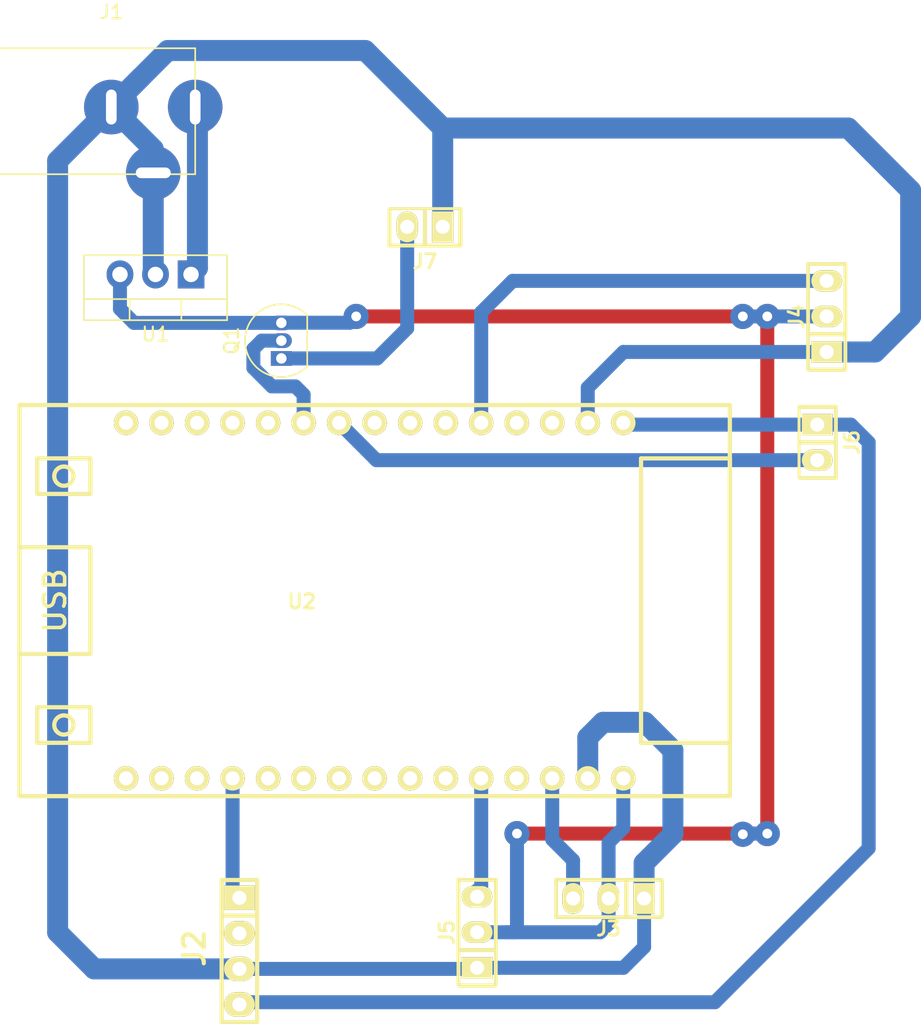
<source format=kicad_pcb>
(kicad_pcb (version 20211014) (generator pcbnew)
  (layers (0 "F.Cu" signal) (31 "B.Cu" signal) (34 "B.Paste" user) (35 "F.Paste" user) (36 "B.SilkS" user "B.Silkscreen") (37 "F.SilkS" user "F.Silkscreen") (38 "B.Mask" user) (39 "F.Mask" user) (44 "Edge.Cuts" user))
  (net 0 "")
  (net 1 "/YL69")
  (net 3 "/GND")
  (net 4 "/3V3")
  (net 5 "/5V")
  (net 6 "/AIRPUMP")
  (net 7 "/DHT11")
  (net 8 "/DIMLED")
  (net 9 "/WATERINDICATOR")
  (net 10 "Net-(J7-Pad2)")
  (net 11 "/WATERPUMP")
  (net 12 "Net-(U1-Pad1)")
  (footprint "EESTN5:pin_strip_4" (layer "F.Cu") (at 126 126.3474 -90)
    (fp_text reference "J2" (at -0.2032 3.2258 90) (layer "F.SilkS") (effects (font (size 1.5 1.5) (thickness 0.3))))
    (fp_text value "Sensor de humedad de tierra" hide)
    (fp_line (start -5.08 1.27) (end -5.08 -1.27) (layer "F.SilkS") (width 0.3048))
    (fp_line (start 5.08 1.27) (end -5.08 1.27) (layer "F.SilkS") (width 0.3048))
    (fp_line (start -5.08 -1.27) (end 5.08 -1.27) (layer "F.SilkS") (width 0.3048))
    (fp_line (start 5.08 -1.27) (end 5.08 1.27) (layer "F.SilkS") (width 0.3048))
    (fp_line (start -2.54 -1.27) (end -2.54 1.27) (layer "F.SilkS") (width 0.3048))
    (pad "1" thru_hole rect locked (at -3.81 0 270) (size 1.75 2.2) (drill 1.00076) (layers *.Cu *.Mask "F.SilkS") (net 1 "/YL69"))
    (pad "2" thru_hole oval locked (at -1.27 0 270) (size 1.75 2.2) (drill 1.00076) (layers *.Cu *.Mask "F.SilkS"))
    (pad "3" thru_hole oval locked (at 1.27 0 270) (size 1.75 2.2) (drill 1.00076) (layers *.Cu *.Mask "F.SilkS") (net 3 "/GND"))
    (pad "4" thru_hole oval locked (at 3.81 0 270) (size 1.75 2.2) (drill 1.00076) (layers *.Cu *.Mask "F.SilkS") (net 4 "/3V3"))
  )
  (footprint "EESTN5:Pin_Strip_3_90" (layer "F.Cu") (at 152.4 122.587 180)
    (fp_text reference "J3" (at 0 -2.159) (layer "F.SilkS") (effects (font (size 1.016 1.016) (thickness 0.2032))))
    (fp_text value "Bomba de aire" hide)
    (fp_line (start 3.81 -1.27) (end 3.81 1.27) (layer "F.SilkS") (width 0.15))
    (fp_line (start 3.81 1.27) (end -3.81 1.27) (layer "F.SilkS") (width 0.15))
    (fp_line (start 3.81 -1.27) (end -3.81 -1.27) (layer "F.SilkS") (width 0.15))
    (fp_line (start 3.81 -1.397) (end 3.81 -1.143) (layer "F.SilkS") (width 0.15))
    (fp_line (start -1.27 -1.27) (end -1.27 1.27) (layer "F.SilkS") (width 0.3048))
    (fp_line (start 3.683 1.27) (end 3.683 -1.27) (layer "F.SilkS") (width 0.15))
    (fp_line (start 3.81 1.016) (end 3.81 1.397) (layer "F.SilkS") (width 0.15))
    (fp_line (start -3.81 -1.397) (end 3.81 -1.397) (layer "F.SilkS") (width 0.15))
    (fp_line (start 3.81 1.397) (end -3.81 1.397) (layer "F.SilkS") (width 0.15))
    (fp_line (start -3.81 1.27) (end -3.81 -1.27) (layer "F.SilkS") (width 0.3048))
    (pad "1" thru_hole rect locked (at -2.54 0 180) (size 1.524 2.19964) (drill 1.00076) (layers *.Cu *.Mask "F.SilkS") (net 3 "/GND"))
    (pad "2" thru_hole oval locked (at 0 0 180) (size 1.524 2.19964) (drill 1.00076) (layers *.Cu *.Mask "F.SilkS") (net 5 "/5V"))
    (pad "3" thru_hole oval locked (at 2.54 0 180) (size 1.524 2.19964) (drill 1.00076) (layers *.Cu *.Mask "F.SilkS") (net 6 "/AIRPUMP"))
  )
  (footprint "Package_TO_SOT_THT:TO-220-3_Vertical" (layer "F.Cu") (at 122.54 78 180)
    (fp_text reference "U1" (at 2.54 -4.27) (layer "F.SilkS"))
    (fp_text value "LM7805_TO220")
    (fp_line (start -2.58 1.371) (end 7.66 1.371) (layer "F.SilkS") (width 0.12))
    (fp_line (start -2.58 -3.27) (end -2.58 1.371) (layer "F.SilkS") (width 0.12))
    (fp_line (start 4.391 -3.27) (end 4.391 -1.76) (layer "F.SilkS") (width 0.12))
    (fp_line (start -2.58 -3.27) (end 7.66 -3.27) (layer "F.SilkS") (width 0.12))
    (fp_line (start 7.66 -3.27) (end 7.66 1.371) (layer "F.SilkS") (width 0.12))
    (fp_line (start -2.58 -1.76) (end 7.66 -1.76) (layer "F.SilkS") (width 0.12))
    (fp_line (start 0.69 -3.27) (end 0.69 -1.76) (layer "F.SilkS") (width 0.12))
    (pad "1" thru_hole rect (at 0 0 180) (size 1.905 2) (drill 1.1) (layers *.Cu *.Mask) (net 12 "Net-(U1-Pad1)"))
    (pad "2" thru_hole oval (at 2.54 0 180) (size 1.905 2) (drill 1.1) (layers *.Cu *.Mask) (net 3 "/GND"))
    (pad "3" thru_hole oval (at 5.08 0 180) (size 1.905 2) (drill 1.1) (layers *.Cu *.Mask) (net 5 "/5V"))
  )
  (footprint "MacroLib:Jack_hembra_DC_barrel" (layer "F.Cu") (at 116.84 66.04)
    (fp_text reference "J1" (at 0 -6.8) (layer "F.SilkS"))
    (fp_text value "jack")
    (fp_line (start 6 4.8) (end 6 -4.2) (layer "F.SilkS") (width 0.12))
    (fp_line (start -7.9 4.8) (end 6 4.8) (layer "F.SilkS") (width 0.12))
    (fp_line (start 6 -4.2) (end -7.9 -4.2) (layer "F.SilkS") (width 0.12))
    (pad "1" thru_hole oval (at 6 0 90) (size 3.9 3.9) (drill oval 2.5 0.762) (layers *.Cu *.Mask) (net 12 "Net-(U1-Pad1)"))
    (pad "2" thru_hole oval (at 0 0 90) (size 3.9 3.9) (drill oval 2.5 0.762) (layers *.Cu *.Mask) (net 3 "/GND"))
    (pad "3" thru_hole oval (at 3 4.7 180) (size 3.9 3.9) (drill oval 2.5 0.762) (layers *.Cu *.Mask) (net 3 "/GND"))
  )
  (footprint "EESTN5:Pin_Strip_2_90" (layer "F.Cu") (at 167.64 90 -90)
    (fp_text reference "J6" (at 0 -2.159 90) (layer "F.SilkS") (effects (font (size 1.016 1.016) (thickness 0.2032))))
    (fp_text value "Boya de agua" hide)
    (fp_line (start 2.6035 1.5875) (end 2.6035 -0.9525) (layer "F.SilkS") (width 0.15))
    (fp_line (start -2.54 -0.9525) (end 2.54 -0.9525) (layer "F.SilkS") (width 0.15))
    (fp_line (start -2.54 1.5875) (end -2.54 -0.9525) (layer "F.SilkS") (width 0.3048))
    (fp_line (start 2.54 1.651) (end -2.6035 1.651) (layer "F.SilkS") (width 0.15))
    (fp_line (start 2.54 1.5875) (end -2.54 1.5875) (layer "F.SilkS") (width 0.15))
    (fp_line (start 2.54 1.651) (end 2.54 -1.016) (layer "F.SilkS") (width 0.15))
    (fp_line (start 2.6035 -1.0795) (end 2.6035 -0.6985) (layer "F.SilkS") (width 0.15))
    (fp_line (start 0 -0.9525) (end 0 1.5875) (layer "F.SilkS") (width 0.3048))
    (fp_line (start 2.6035 -1.0795) (end -2.54 -1.0795) (layer "F.SilkS") (width 0.15))
    (fp_line (start 2.4765 -1.016) (end 2.4765 1.5875) (layer "F.SilkS") (width 0.15))
    (fp_line (start -2.6035 -0.889) (end -2.6035 -1.0795) (layer "F.SilkS") (width 0.15))
    (pad "1" thru_hole rect locked (at -1.27 0.3175 270) (size 1.524 2.19964) (drill 1.00076) (layers *.Cu *.Mask "F.SilkS") (net 4 "/3V3"))
    (pad "2" thru_hole oval locked (at 1.27 0.3175 270) (size 1.524 2.19964) (drill 1.00076) (layers *.Cu *.Mask "F.SilkS") (net 9 "/WATERINDICATOR"))
  )
  (footprint "Package_TO_SOT_THT:TO-92_Inline" (layer "F.Cu") (at 129 84 90)
    (fp_text reference "Q1" (at 1.27 -3.56 90) (layer "F.SilkS"))
    (fp_text value "PN2222A")
    (fp_line (start -0.53 1.85) (end 3.07 1.85) (layer "F.SilkS") (width 0.12))
    (fp_arc (start -0.568478 1.838478) (mid -1.132087 -0.994977) (end 1.27 -2.6) (layer "F.SilkS") (width 0.12))
    (fp_arc (start 1.27 -2.6) (mid 3.672087 -0.994977) (end 3.108478 1.838478) (layer "F.SilkS") (width 0.12))
    (pad "1" thru_hole rect (at 0 0 90) (size 1.05 1.5) (drill 0.75) (layers *.Cu *.Mask) (net 10 "Net-(J7-Pad2)"))
    (pad "2" thru_hole oval (at 1.27 0 90) (size 1.05 1.5) (drill 0.75) (layers *.Cu *.Mask) (net 11 "/WATERPUMP"))
    (pad "3" thru_hole oval (at 2.54 0 90) (size 1.05 1.5) (drill 0.75) (layers *.Cu *.Mask) (net 5 "/5V"))
  )
  (footprint "EESTN5:Pin_Strip_3_90" (layer "F.Cu") (at 168 81 90)
    (fp_text reference "J4" (at 0 -2.159 90) (layer "F.SilkS") (effects (font (size 1.016 1.016) (thickness 0.2032))))
    (fp_text value "Sensor Temperatura+Humedad Amb" hide)
    (fp_line (start 3.81 1.016) (end 3.81 1.397) (layer "F.SilkS") (width 0.15))
    (fp_line (start 3.81 1.27) (end -3.81 1.27) (layer "F.SilkS") (width 0.15))
    (fp_line (start 3.81 -1.397) (end 3.81 -1.143) (layer "F.SilkS") (width 0.15))
    (fp_line (start 3.683 1.27) (end 3.683 -1.27) (layer "F.SilkS") (width 0.15))
    (fp_line (start 3.81 -1.27) (end 3.81 1.27) (layer "F.SilkS") (width 0.15))
    (fp_line (start -3.81 -1.397) (end 3.81 -1.397) (layer "F.SilkS") (width 0.15))
    (fp_line (start -3.81 1.27) (end -3.81 -1.27) (layer "F.SilkS") (width 0.3048))
    (fp_line (start 3.81 1.397) (end -3.81 1.397) (layer "F.SilkS") (width 0.15))
    (fp_line (start 3.81 -1.27) (end -3.81 -1.27) (layer "F.SilkS") (width 0.15))
    (fp_line (start -1.27 -1.27) (end -1.27 1.27) (layer "F.SilkS") (width 0.3048))
    (pad "1" thru_hole rect locked (at -2.54 0 90) (size 1.524 2.19964) (drill 1.00076) (layers *.Cu *.Mask "F.SilkS") (net 3 "/GND"))
    (pad "2" thru_hole oval locked (at 0 0 90) (size 1.524 2.19964) (drill 1.00076) (layers *.Cu *.Mask "F.SilkS") (net 5 "/5V"))
    (pad "3" thru_hole oval locked (at 2.54 0 90) (size 1.524 2.19964) (drill 1.00076) (layers *.Cu *.Mask "F.SilkS") (net 7 "/DHT11"))
  )
  (footprint "EESTN5:Pin_Strip_2_90" (layer "F.Cu") (at 139.27 74.9175 180)
    (fp_text reference "J7" (at 0 -2.159) (layer "F.SilkS") (effects (font (size 1.016 1.016) (thickness 0.2032))))
    (fp_text value "Bomba de agua" hide)
    (fp_line (start -2.6035 -0.889) (end -2.6035 -1.0795) (layer "F.SilkS") (width 0.15))
    (fp_line (start 2.4765 -1.016) (end 2.4765 1.5875) (layer "F.SilkS") (width 0.15))
    (fp_line (start 2.54 1.651) (end 2.54 -1.016) (layer "F.SilkS") (width 0.15))
    (fp_line (start 2.6035 -1.0795) (end 2.6035 -0.6985) (layer "F.SilkS") (width 0.15))
    (fp_line (start 2.6035 -1.0795) (end -2.54 -1.0795) (layer "F.SilkS") (width 0.15))
    (fp_line (start 2.54 1.651) (end -2.6035 1.651) (layer "F.SilkS") (width 0.15))
    (fp_line (start -2.54 1.5875) (end -2.54 -0.9525) (layer "F.SilkS") (width 0.3048))
    (fp_line (start 2.54 1.5875) (end -2.54 1.5875) (layer "F.SilkS") (width 0.15))
    (fp_line (start 0 -0.9525) (end 0 1.5875) (layer "F.SilkS") (width 0.3048))
    (fp_line (start -2.54 -0.9525) (end 2.54 -0.9525) (layer "F.SilkS") (width 0.15))
    (fp_line (start 2.6035 1.5875) (end 2.6035 -0.9525) (layer "F.SilkS") (width 0.15))
    (pad "1" thru_hole rect locked (at -1.27 0.3175 180) (size 1.524 2.19964) (drill 1.00076) (layers *.Cu *.Mask "F.SilkS") (net 3 "/GND"))
    (pad "2" thru_hole oval locked (at 1.27 0.3175 180) (size 1.524 2.19964) (drill 1.00076) (layers *.Cu *.Mask "F.SilkS") (net 10 "Net-(J7-Pad2)"))
  )
  (footprint "EESTN5:Pin_Strip_3_90" (layer "F.Cu") (at 143 125 90)
    (fp_text reference "J5" (at 0 -2.159 90) (layer "F.SilkS") (effects (font (size 1.016 1.016) (thickness 0.2032))))
    (fp_text value "Dimmer Led" hide)
    (fp_line (start 3.81 1.397) (end -3.81 1.397) (layer "F.SilkS") (width 0.15))
    (fp_line (start 3.81 -1.27) (end -3.81 -1.27) (layer "F.SilkS") (width 0.15))
    (fp_line (start -3.81 1.27) (end -3.81 -1.27) (layer "F.SilkS") (width 0.3048))
    (fp_line (start 3.81 -1.27) (end 3.81 1.27) (layer "F.SilkS") (width 0.15))
    (fp_line (start -3.81 -1.397) (end 3.81 -1.397) (layer "F.SilkS") (width 0.15))
    (fp_line (start 3.81 1.016) (end 3.81 1.397) (layer "F.SilkS") (width 0.15))
    (fp_line (start -1.27 -1.27) (end -1.27 1.27) (layer "F.SilkS") (width 0.3048))
    (fp_line (start 3.81 1.27) (end -3.81 1.27) (layer "F.SilkS") (width 0.15))
    (fp_line (start 3.683 1.27) (end 3.683 -1.27) (layer "F.SilkS") (width 0.15))
    (fp_line (start 3.81 -1.397) (end 3.81 -1.143) (layer "F.SilkS") (width 0.15))
    (pad "1" thru_hole rect locked (at -2.54 0 90) (size 1.524 2.19964) (drill 1.00076) (layers *.Cu *.Mask "F.SilkS") (net 3 "/GND"))
    (pad "2" thru_hole oval locked (at 0 0 90) (size 1.524 2.19964) (drill 1.00076) (layers *.Cu *.Mask "F.SilkS") (net 5 "/5V"))
    (pad "3" thru_hole oval locked (at 2.54 0 90) (size 1.524 2.19964) (drill 1.00076) (layers *.Cu *.Mask "F.SilkS") (net 8 "/DIMLED"))
  )
  (footprint "EESTN5:ESP32_DevKit_V1_CH9102X" (layer "F.Cu") (at 136.9424 101.3024 180)
    (fp_text reference "U2" (at 6.477 -0.0635) (layer "F.SilkS") (effects (font (size 1.016 1.016) (thickness 0.2032))))
    (fp_text value "ESP32-DEVKIT-V1" hide)
    (fp_text user "USB" (at 24.13 0 90) (layer "F.SilkS") (effects (font (size 1.524 1.524) (thickness 0.254))))
    (fp_line (start 25.4 -10.16) (end 21.59 -10.16) (layer "F.SilkS") (width 0.3048))
    (fp_line (start 26.67 13.97) (end 26.67 -13.97) (layer "F.SilkS") (width 0.3048))
    (fp_line (start -24.13 10.16) (end -17.78 10.16) (layer "F.SilkS") (width 0.3048))
    (fp_line (start 26.67 -3.81) (end 21.59 -3.81) (layer "F.SilkS") (width 0.3048))
    (fp_line (start -17.78 -10.16) (end -17.78 10.16) (layer "F.SilkS") (width 0.3048))
    (fp_line (start 21.59 -7.62) (end 25.4 -7.62) (layer "F.SilkS") (width 0.3048))
    (fp_line (start 21.59 -10.16) (end 21.59 -7.62) (layer "F.SilkS") (width 0.3048))
    (fp_line (start 26.67 13.97) (end -24.13 13.97) (layer "F.SilkS") (width 0.3048))
    (fp_line (start -24.13 -13.97) (end 26.67 -13.97) (layer "F.SilkS") (width 0.3048))
    (fp_line (start 21.59 10.16) (end 21.59 7.62) (layer "F.SilkS") (width 0.3048))
    (fp_line (start 25.4 -7.62) (end 25.4 -10.16) (layer "F.SilkS") (width 0.3048))
    (fp_line (start -24.13 -10.16) (end -24.13 10.16) (layer "F.SilkS") (width 0.3048))
    (fp_line (start -24.13 -10.16) (end -17.78 -10.16) (layer "F.SilkS") (width 0.3048))
    (fp_line (start 25.4 10.16) (end 21.59 10.16) (layer "F.SilkS") (width 0.3048))
    (fp_line (start -24.13 -13.97) (end -24.13 13.97) (layer "F.SilkS") (width 0.3048))
    (fp_line (start 21.59 -3.81) (end 21.59 3.81) (layer "F.SilkS") (width 0.3048))
    (fp_line (start 25.4 7.62) (end 25.4 10.16) (layer "F.SilkS") (width 0.3048))
    (fp_line (start 21.59 3.81) (end 26.67 3.81) (layer "F.SilkS") (width 0.3048))
    (fp_line (start 21.59 7.62) (end 25.4 7.62) (layer "F.SilkS") (width 0.3048))
    (fp_circle (center 23.495 8.89) (end 24.0665 9.271) (layer "F.SilkS") (width 0.3048) (fill none))
    (fp_circle (center 23.495 -8.89) (end 24.0665 -8.509) (layer "F.SilkS") (width 0.3048) (fill none))
    (pad "1" thru_hole circle (at -16.51 12.7 180) (size 1.75 1.75) (drill 1) (layers *.Cu *.Mask "F.SilkS") (net 4 "/3V3"))
    (pad "2" thru_hole circle (at -13.97 12.7 180) (size 1.75 1.75) (drill 1) (layers *.Cu *.Mask "F.SilkS") (net 3 "/GND"))
    (pad "3" thru_hole circle (at -11.43 12.7 180) (size 1.75 1.75) (drill 1) (layers *.Cu *.Mask "F.SilkS"))
    (pad "4" thru_hole circle (at -8.89 12.7 180) (size 1.75 1.75) (drill 1) (layers *.Cu *.Mask "F.SilkS"))
    (pad "5" thru_hole circle (at -6.35 12.7 180) (size 1.75 1.75) (drill 1) (layers *.Cu *.Mask "F.SilkS") (net 7 "/DHT11"))
    (pad "6" thru_hole circle (at -3.81 12.7 180) (size 1.75 1.75) (drill 1) (layers *.Cu *.Mask "F.SilkS"))
    (pad "7" thru_hole circle (at -1.27 12.7 180) (size 1.75 1.75) (drill 1) (layers *.Cu *.Mask "F.SilkS"))
    (pad "8" thru_hole circle (at 1.27 12.7 180) (size 1.75 1.75) (drill 1) (layers *.Cu *.Mask "F.SilkS"))
    (pad "9" thru_hole circle (at 3.81 12.7 180) (size 1.75 1.75) (drill 1) (layers *.Cu *.Mask "F.SilkS") (net 9 "/WATERINDICATOR"))
    (pad "10" thru_hole circle (at 6.35 12.7 180) (size 1.75 1.75) (drill 1) (layers *.Cu *.Mask "F.SilkS") (net 11 "/WATERPUMP"))
    (pad "11" thru_hole circle (at 8.89 12.7 180) (size 1.75 1.75) (drill 1) (layers *.Cu *.Mask "F.SilkS"))
    (pad "12" thru_hole circle (at 11.43 12.7 180) (size 1.75 1.75) (drill 1) (layers *.Cu *.Mask "F.SilkS"))
    (pad "13" thru_hole circle (at 13.97 12.7 180) (size 1.75 1.75) (drill 1) (layers *.Cu *.Mask "F.SilkS"))
    (pad "14" thru_hole circle (at 16.51 12.7 180) (size 1.75 1.75) (drill 1) (layers *.Cu *.Mask "F.SilkS"))
    (pad "15" thru_hole circle (at 19.05 12.7 180) (size 1.75 1.75) (drill 1) (layers *.Cu *.Mask "F.SilkS"))
    (pad "16" thru_hole circle (at 19.05 -12.7) (size 1.75 1.75) (drill 1) (layers *.Cu *.Mask "F.SilkS"))
    (pad "17" thru_hole circle (at 16.51 -12.7) (size 1.75 1.75) (drill 1) (layers *.Cu *.Mask "F.SilkS"))
    (pad "18" thru_hole circle (at 13.97 -12.7) (size 1.75 1.75) (drill 1) (layers *.Cu *.Mask "F.SilkS"))
    (pad "19" thru_hole circle (at 11.43 -12.7) (size 1.75 1.75) (drill 1) (layers *.Cu *.Mask "F.SilkS") (net 1 "/YL69"))
    (pad "20" thru_hole circle (at 8.89 -12.7) (size 1.75 1.75) (drill 1) (layers *.Cu *.Mask "F.SilkS"))
    (pad "21" thru_hole circle (at 6.35 -12.7) (size 1.75 1.75) (drill 1) (layers *.Cu *.Mask "F.SilkS"))
    (pad "22" thru_hole circle (at 3.81 -12.7) (size 1.75 1.75) (drill 1) (layers *.Cu *.Mask "F.SilkS"))
    (pad "23" thru_hole circle (at 1.27 -12.7) (size 1.75 1.75) (drill 1) (layers *.Cu *.Mask "F.SilkS"))
    (pad "24" thru_hole circle (at -1.27 -12.7) (size 1.75 1.75) (drill 1) (layers *.Cu *.Mask "F.SilkS"))
    (pad "25" thru_hole circle (at -3.81 -12.7) (size 1.75 1.75) (drill 1) (layers *.Cu *.Mask "F.SilkS"))
    (pad "26" thru_hole circle (at -6.35 -12.7) (size 1.75 1.75) (drill 1) (layers *.Cu *.Mask "F.SilkS") (net 8 "/DIMLED"))
    (pad "27" thru_hole circle (at -8.89 -12.7) (size 1.75 1.75) (drill 1) (layers *.Cu *.Mask "F.SilkS"))
    (pad "28" thru_hole circle (at -11.43 -12.7) (size 1.75 1.75) (drill 1) (layers *.Cu *.Mask "F.SilkS") (net 6 "/AIRPUMP"))
    (pad "29" thru_hole circle (at -13.97 -12.7) (size 1.75 1.75) (drill 1) (layers *.Cu *.Mask "F.SilkS") (net 3 "/GND"))
    (pad "30" thru_hole circle (at -16.51 -12.7) (size 1.75 1.75) (drill 1) (layers *.Cu *.Mask "F.SilkS") (net 5 "/5V"))
  )
  (segment (start 125.5124 114.0024) (end 125.5124 122.0498) (width 1) (layer "B.Cu") (net 1))
  (segment (start 125.5124 122.0498) (end 126 122.5374) (width 1) (layer "B.Cu") (net 1))
  (segment (start 157 118) (end 154.94 120.06) (width 1.5) (layer "B.Cu") (net 3))
  (segment (start 150.9124 86.0876) (end 150.9124 88.6024) (width 1) (layer "B.Cu") (net 3))
  (segment (start 155 110) (end 157 112) (width 1.5) (layer "B.Cu") (net 3))
  (segment (start 113 125) (end 115.6174 127.6174) (width 1.5) (layer "B.Cu") (net 3))
  (segment (start 126 127.6174) (end 142.9226 127.6174) (width 1) (layer "B.Cu") (net 3))
  (segment (start 150.9124 111.0876) (end 152 110) (width 1.5) (layer "B.Cu") (net 3))
  (segment (start 116.84 66.04) (end 119.84 69.04) (width 1.5) (layer "B.Cu") (net 3))
  (segment (start 154.94 120.06) (end 154.94 122.587) (width 1.5) (layer "B.Cu") (net 3))
  (segment (start 152 110) (end 155 110) (width 1.5) (layer "B.Cu") (net 3))
  (segment (start 119.84 70.74) (end 119.84 77.84) (width 1.5) (layer "B.Cu") (net 3))
  (segment (start 168 83.54) (end 153.46 83.54) (width 1) (layer "B.Cu") (net 3))
  (segment (start 153.46 83.54) (end 150.9124 86.0876) (width 1) (layer "B.Cu") (net 3))
  (segment (start 118.94 63.94) (end 120.88 62) (width 1.5) (layer "B.Cu") (net 3))
  (segment (start 119.84 77.84) (end 120 78) (width 1.5) (layer "B.Cu") (net 3))
  (segment (start 140.54 67.54) (end 140.54 74.6) (width 1.5) (layer "B.Cu") (net 3))
  (segment (start 140.54 67.54) (end 169.54 67.54) (width 1.5) (layer "B.Cu") (net 3))
  (segment (start 116.84 66.04) (end 118.94 63.94) (width 1.5) (layer "B.Cu") (net 3))
  (segment (start 154.94 122.587) (end 154.94 126.06) (width 1) (layer "B.Cu") (net 3))
  (segment (start 135 62) (end 140.54 67.54) (width 1.5) (layer "B.Cu") (net 3))
  (segment (start 153.46 127.54) (end 143 127.54) (width 1) (layer "B.Cu") (net 3))
  (segment (start 171.46 83.54) (end 168 83.54) (width 1.5) (layer "B.Cu") (net 3))
  (segment (start 115.6174 127.6174) (end 126 127.6174) (width 1.5) (layer "B.Cu") (net 3))
  (segment (start 169.54 67.54) (end 174 72) (width 1.5) (layer "B.Cu") (net 3))
  (segment (start 150.9124 114.0024) (end 150.9124 111.0876) (width 1.5) (layer "B.Cu") (net 3))
  (segment (start 120.88 62) (end 135 62) (width 1.5) (layer "B.Cu") (net 3))
  (segment (start 119.84 69.04) (end 119.84 70.74) (width 1.5) (layer "B.Cu") (net 3))
  (segment (start 157 112) (end 157 118) (width 1.5) (layer "B.Cu") (net 3))
  (segment (start 118.94 63.94) (end 113 69.88) (width 1.5) (layer "B.Cu") (net 3))
  (segment (start 113 69.88) (end 113 125) (width 1.5) (layer "B.Cu") (net 3))
  (segment (start 174 81) (end 171.46 83.54) (width 1.5) (layer "B.Cu") (net 3))
  (segment (start 174 72) (end 174 81) (width 1.5) (layer "B.Cu") (net 3))
  (segment (start 154.94 126.06) (end 153.46 127.54) (width 1) (layer "B.Cu") (net 3))
  (segment (start 142.9226 127.6174) (end 143 127.54) (width 1) (layer "B.Cu") (net 3))
  (segment (start 126.1574 130) (end 126 130.1574) (width 1) (layer "B.Cu") (net 4))
  (segment (start 160 130) (end 126.1574 130) (width 1) (layer "B.Cu") (net 4))
  (segment (start 167.3225 88.73) (end 169.73 88.73) (width 1) (layer "B.Cu") (net 4))
  (segment (start 167.3225 88.73) (end 153.58 88.73) (width 1) (layer "B.Cu") (net 4))
  (segment (start 169.73 88.73) (end 171 90) (width 1) (layer "B.Cu") (net 4))
  (segment (start 171 119) (end 160 130) (width 1) (layer "B.Cu") (net 4))
  (segment (start 153.58 88.73) (end 153.4524 88.6024) (width 1) (layer "B.Cu") (net 4))
  (segment (start 171 90) (end 171 119) (width 1) (layer "B.Cu") (net 4))
  (segment (start 145.85 117.95) (end 162.75 117.95) (width 1) (layer "F.Cu") (net 5))
  (segment (start 134.35 81) (end 162 81) (width 1) (layer "F.Cu") (net 5))
  (segment (start 163.75 81) (end 163.75 117.95) (width 1) (layer "F.Cu") (net 5))
  (via (at 163.75 81) (size 1.8) (drill 0.7) (layers "F.Cu" "B.Cu") (net 5))
  (via (at 162 81) (size 1.8) (drill 0.7) (layers "F.Cu" "B.Cu") (net 5))
  (via (at 163.75 117.95) (size 1.8) (drill 0.7) (layers "F.Cu" "B.Cu") (net 5))
  (via (at 145.85 117.95) (size 1.8) (drill 0.7) (layers "F.Cu" "B.Cu") (net 5))
  (via (at 162 118) (size 1.8) (drill 0.7) (layers "F.Cu" "B.Cu") (net 5))
  (via (at 134.35 81) (size 1.8) (drill 0.7) (layers "F.Cu" "B.Cu") (net 5))
  (segment (start 143 125) (end 145.1 125) (width 1) (layer "B.Cu") (net 5))
  (segment (start 152.4 118.6) (end 153.4524 117.5476) (width 1) (layer "B.Cu") (net 5))
  (segment (start 163.75 81) (end 162 81) (width 1) (layer "B.Cu") (net 5))
  (segment (start 133.9 81.45) (end 134.35 81) (width 1) (layer "B.Cu") (net 5))
  (segment (start 153.4524 117.5476) (end 153.4524 114.0024) (width 1) (layer "B.Cu") (net 5))
  (segment (start 145.85 124.85) (end 145.85 117.95) (width 1) (layer "B.Cu") (net 5))
  (segment (start 129 81.46) (end 129.01 81.45) (width 1) (layer "B.Cu") (net 5))
  (segment (start 152.4 124.4) (end 152.4 118.6) (width 1) (layer "B.Cu") (net 5))
  (segment (start 151.8 125) (end 152.4 124.4) (width 1) (layer "B.Cu") (net 5))
  (segment (start 168 81) (end 163.75 81) (width 1) (layer "B.Cu") (net 5))
  (segment (start 145.1 125) (end 145.7 125) (width 1) (layer "B.Cu") (net 5))
  (segment (start 117.46 80.46) (end 118.46 81.46) (width 1) (layer "B.Cu") (net 5))
  (segment (start 145.1 125) (end 151.8 125) (width 1) (layer "B.Cu") (net 5))
  (segment (start 129.01 81.45) (end 133.9 81.45) (width 1) (layer "B.Cu") (net 5))
  (segment (start 163.75 117.95) (end 162 117.95) (width 1) (layer "B.Cu") (net 5))
  (segment (start 145.7 125) (end 145.85 124.85) (width 1) (layer "B.Cu") (net 5))
  (segment (start 118.46 81.46) (end 129 81.46) (width 1) (layer "B.Cu") (net 5))
  (segment (start 117.46 78) (end 117.46 80.46) (width 1) (layer "B.Cu") (net 5))
  (segment (start 149.86 119.86) (end 149.86 123.19) (width 1) (layer "B.Cu") (net 6))
  (segment (start 148.3724 114.0024) (end 148.3724 118.3724) (width 1) (layer "B.Cu") (net 6))
  (segment (start 148.3724 118.3724) (end 149.86 119.86) (width 1) (layer "B.Cu") (net 6))
  (segment (start 143.2924 80.7076) (end 143.2924 88.6024) (width 1) (layer "B.Cu") (net 7))
  (segment (start 145.54 78.46) (end 143.2924 80.7076) (width 1) (layer "B.Cu") (net 7))
  (segment (start 168 78.46) (end 145.54 78.46) (width 1) (layer "B.Cu") (net 7))
  (segment (start 143 122.46) (end 143 122) (width 1) (layer "B.Cu") (net 8))
  (segment (start 143.2924 122.1676) (end 143 122.46) (width 1) (layer "B.Cu") (net 8))
  (segment (start 143.2924 114.0024) (end 143.2924 122.1676) (width 1) (layer "B.Cu") (net 8))
  (segment (start 167.3225 91.27) (end 135.8 91.27) (width 1) (layer "B.Cu") (net 9))
  (segment (start 135.8 91.27) (end 133.1324 88.6024) (width 1) (layer "B.Cu") (net 9))
  (segment (start 135.85 84) (end 129 84) (width 1) (layer "B.Cu") (net 10))
  (segment (start 138 74.6) (end 138 81.85) (width 1) (layer "B.Cu") (net 10))
  (segment (start 138 81.85) (end 135.85 84) (width 1) (layer "B.Cu") (net 10))
  (segment (start 130.5924 88.6024) (end 130.5924 86.5924) (width 1) (layer "B.Cu") (net 11))
  (segment (start 127.595 82.73) (end 129 82.73) (width 1) (layer "B.Cu") (net 11))
  (segment (start 127 84.675) (end 127 83.325) (width 1) (layer "B.Cu") (net 11))
  (segment (start 130 86) (end 128.325 86) (width 1) (layer "B.Cu") (net 11))
  (segment (start 130.5924 86.5924) (end 130 86) (width 1) (layer "B.Cu") (net 11))
  (segment (start 127 83.325) (end 127.595 82.73) (width 1) (layer "B.Cu") (net 11))
  (segment (start 128.325 86) (end 127 84.675) (width 1) (layer "B.Cu") (net 11))
  (segment (start 122.84 66.04) (end 123 66.2) (width 1.5) (layer "B.Cu") (net 12))
  (segment (start 123 66.2) (end 123 77.54) (width 1.5) (layer "B.Cu") (net 12))
  (segment (start 123 77.54) (end 122.54 78) (width 1.5) (layer "B.Cu") (net 12))
)
</source>
